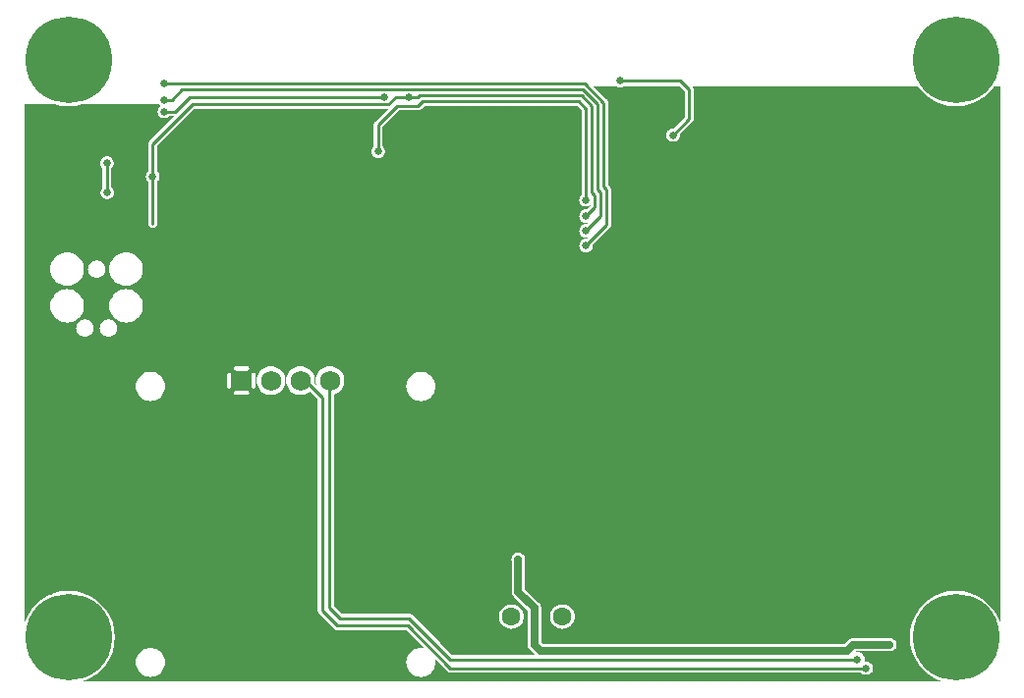
<source format=gbr>
G04 start of page 3 for group 1 idx 1 *
G04 Title: (unknown), bottom *
G04 Creator: pcb 4.0.2 *
G04 CreationDate: Sun Oct 16 04:01:38 2022 UTC *
G04 For: ndholmes *
G04 Format: Gerber/RS-274X *
G04 PCB-Dimensions (mil): 3350.00 2300.00 *
G04 PCB-Coordinate-Origin: lower left *
%MOIN*%
%FSLAX25Y25*%
%LNBOTTOM*%
%ADD44C,0.0390*%
%ADD43C,0.1285*%
%ADD42C,0.0433*%
%ADD41C,0.0380*%
%ADD40C,0.0935*%
%ADD39C,0.0790*%
%ADD38C,0.0120*%
%ADD37C,0.0260*%
%ADD36C,0.2937*%
%ADD35C,0.0633*%
%ADD34C,0.0680*%
%ADD33C,0.0250*%
%ADD32C,0.0100*%
%ADD31C,0.0001*%
G54D31*G36*
X44725Y39500D02*X101500D01*
Y26059D01*
X101495Y26000D01*
X101514Y25765D01*
X101569Y25535D01*
X101659Y25317D01*
X101783Y25116D01*
X101936Y24936D01*
X101981Y24898D01*
X106898Y19981D01*
X106936Y19936D01*
X107116Y19783D01*
X107317Y19659D01*
X107535Y19569D01*
X107765Y19514D01*
X108000Y19495D01*
X108059Y19500D01*
X131379D01*
X137621Y13258D01*
X137241Y13349D01*
X136465Y13410D01*
X135688Y13349D01*
X134930Y13167D01*
X134210Y12869D01*
X133546Y12462D01*
X132954Y11956D01*
X132448Y11363D01*
X132040Y10699D01*
X131742Y9979D01*
X131560Y9222D01*
X131499Y8445D01*
X131560Y7668D01*
X131742Y6911D01*
X132040Y6191D01*
X132448Y5526D01*
X132954Y4934D01*
X133546Y4428D01*
X134210Y4021D01*
X134930Y3723D01*
X135688Y3541D01*
X136465Y3480D01*
X137241Y3541D01*
X137999Y3723D01*
X138719Y4021D01*
X139383Y4428D01*
X139976Y4934D01*
X140482Y5526D01*
X140889Y6191D01*
X141187Y6911D01*
X141369Y7668D01*
X141415Y8445D01*
X141369Y9222D01*
X141278Y9601D01*
X145398Y5481D01*
X145436Y5436D01*
X145616Y5283D01*
X145817Y5159D01*
X146035Y5069D01*
X146265Y5014D01*
X146500Y4995D01*
X146559Y5000D01*
X153500D01*
Y2000D01*
X44725D01*
Y3480D01*
X44732Y3480D01*
X45509Y3541D01*
X46267Y3723D01*
X46986Y4021D01*
X47651Y4428D01*
X48243Y4934D01*
X48749Y5526D01*
X49156Y6191D01*
X49455Y6911D01*
X49636Y7668D01*
X49682Y8445D01*
X49636Y9222D01*
X49455Y9979D01*
X49156Y10699D01*
X48749Y11363D01*
X48243Y11956D01*
X47651Y12462D01*
X46986Y12869D01*
X46267Y13167D01*
X45509Y13349D01*
X44732Y13410D01*
X44725Y13410D01*
Y39500D01*
G37*
G36*
X2000D02*X44725D01*
Y13410D01*
X43956Y13349D01*
X43198Y13167D01*
X42478Y12869D01*
X41814Y12462D01*
X41221Y11956D01*
X40715Y11363D01*
X40308Y10699D01*
X40010Y9979D01*
X39828Y9222D01*
X39767Y8445D01*
X39828Y7668D01*
X40010Y6911D01*
X40308Y6191D01*
X40715Y5526D01*
X41221Y4934D01*
X41814Y4428D01*
X42478Y4021D01*
X43198Y3723D01*
X43956Y3541D01*
X44725Y3480D01*
Y2000D01*
X21705D01*
X21862Y2038D01*
X24142Y2982D01*
X26247Y4272D01*
X28124Y5876D01*
X29728Y7753D01*
X31018Y9858D01*
X31962Y12138D01*
X32539Y14539D01*
X32684Y17000D01*
X32539Y19461D01*
X31962Y21862D01*
X31018Y24142D01*
X29728Y26247D01*
X28124Y28124D01*
X26247Y29728D01*
X24142Y31018D01*
X21862Y31962D01*
X19461Y32539D01*
X17000Y32732D01*
X14539Y32539D01*
X12138Y31962D01*
X9858Y31018D01*
X7753Y29728D01*
X5876Y28124D01*
X4272Y26247D01*
X2982Y24142D01*
X2038Y21862D01*
X2000Y21705D01*
Y39500D01*
G37*
G36*
X107000Y36500D02*X152382D01*
Y11744D01*
X146377D01*
X133602Y24519D01*
X133564Y24564D01*
X133384Y24717D01*
X133183Y24841D01*
X132965Y24931D01*
X132735Y24986D01*
X132500Y25005D01*
X132441Y25000D01*
X109621D01*
X107000Y27621D01*
Y36500D01*
G37*
G36*
X313295Y2000D02*X184494D01*
Y5000D01*
X285756D01*
X285869Y4869D01*
X286144Y4634D01*
X286453Y4444D01*
X286787Y4306D01*
X287139Y4221D01*
X287500Y4193D01*
X287861Y4221D01*
X288213Y4306D01*
X288547Y4444D01*
X288856Y4634D01*
X289131Y4869D01*
X289366Y5144D01*
X289556Y5453D01*
X289694Y5787D01*
X289779Y6139D01*
X289800Y6500D01*
X289779Y6861D01*
X289694Y7213D01*
X289556Y7547D01*
X289366Y7856D01*
X289131Y8131D01*
X288856Y8366D01*
X288547Y8556D01*
X288213Y8694D01*
X287861Y8779D01*
X287500Y8807D01*
X287139Y8779D01*
X286882Y8717D01*
X286885Y8725D01*
X286977Y9108D01*
X287000Y9500D01*
X286977Y9892D01*
X286885Y10275D01*
X286734Y10638D01*
X286529Y10974D01*
X286273Y11273D01*
X285974Y11529D01*
X285638Y11734D01*
X285275Y11885D01*
X284892Y11977D01*
X284500Y12008D01*
X284108Y11977D01*
X283725Y11885D01*
X283455Y11773D01*
X283932Y12250D01*
X291020D01*
X291139Y12221D01*
X291500Y12193D01*
X291861Y12221D01*
X291980Y12250D01*
X295020D01*
X295139Y12221D01*
X295500Y12193D01*
X295861Y12221D01*
X296213Y12306D01*
X296547Y12444D01*
X296856Y12634D01*
X297131Y12869D01*
X297366Y13144D01*
X297556Y13453D01*
X297694Y13787D01*
X297779Y14139D01*
X297800Y14500D01*
X297779Y14861D01*
X297694Y15213D01*
X297556Y15547D01*
X297366Y15856D01*
X297131Y16131D01*
X296856Y16366D01*
X296547Y16556D01*
X296213Y16694D01*
X295861Y16779D01*
X295500Y16807D01*
X295139Y16779D01*
X295020Y16750D01*
X291980D01*
X291861Y16779D01*
X291500Y16807D01*
X291139Y16779D01*
X291020Y16750D01*
X283088D01*
X283000Y16757D01*
X282647Y16729D01*
X282303Y16646D01*
X281975Y16511D01*
X281673Y16326D01*
X281673Y16326D01*
X281404Y16096D01*
X281347Y16029D01*
X280068Y14750D01*
X184494D01*
Y19822D01*
X184500Y19822D01*
X185154Y19873D01*
X185791Y20026D01*
X186397Y20277D01*
X186956Y20620D01*
X187454Y21046D01*
X187880Y21544D01*
X188223Y22103D01*
X188474Y22709D01*
X188627Y23346D01*
X188665Y24000D01*
X188627Y24654D01*
X188474Y25291D01*
X188223Y25897D01*
X187880Y26456D01*
X187454Y26954D01*
X186956Y27380D01*
X186397Y27723D01*
X185791Y27974D01*
X185154Y28127D01*
X184500Y28178D01*
X184494Y28178D01*
Y37500D01*
X333000D01*
Y21705D01*
X332962Y21862D01*
X332018Y24142D01*
X330728Y26247D01*
X329124Y28124D01*
X327247Y29728D01*
X325142Y31018D01*
X322862Y31962D01*
X320461Y32539D01*
X318000Y32732D01*
X315539Y32539D01*
X313138Y31962D01*
X310858Y31018D01*
X308753Y29728D01*
X306876Y28124D01*
X305272Y26247D01*
X303982Y24142D01*
X303038Y21862D01*
X302461Y19461D01*
X302268Y17000D01*
X302461Y14539D01*
X303038Y12138D01*
X303982Y9858D01*
X305272Y7753D01*
X306876Y5876D01*
X308753Y4272D01*
X310858Y2982D01*
X313138Y2038D01*
X313295Y2000D01*
G37*
G36*
X184494Y14750D02*X177932D01*
X177250Y15432D01*
Y26912D01*
X177257Y27000D01*
X177229Y27353D01*
X177146Y27697D01*
X177107Y27793D01*
X177011Y28025D01*
X176896Y28212D01*
X176826Y28327D01*
X176826Y28327D01*
X176596Y28596D01*
X176529Y28653D01*
X171750Y33432D01*
Y37500D01*
X184494D01*
Y28178D01*
X183846Y28127D01*
X183209Y27974D01*
X182603Y27723D01*
X182044Y27380D01*
X181546Y26954D01*
X181120Y26456D01*
X180777Y25897D01*
X180526Y25291D01*
X180373Y24654D01*
X180322Y24000D01*
X180373Y23346D01*
X180526Y22709D01*
X180777Y22103D01*
X181120Y21544D01*
X181546Y21046D01*
X182044Y20620D01*
X182603Y20277D01*
X183209Y20026D01*
X183846Y19873D01*
X184494Y19822D01*
Y14750D01*
G37*
G36*
Y2000D02*X131000D01*
Y19500D01*
X131379D01*
X137621Y13258D01*
X137241Y13349D01*
X136465Y13410D01*
X135688Y13349D01*
X134930Y13167D01*
X134210Y12869D01*
X133546Y12462D01*
X132954Y11956D01*
X132448Y11363D01*
X132040Y10699D01*
X131742Y9979D01*
X131560Y9222D01*
X131499Y8445D01*
X131560Y7668D01*
X131742Y6911D01*
X132040Y6191D01*
X132448Y5526D01*
X132954Y4934D01*
X133546Y4428D01*
X134210Y4021D01*
X134930Y3723D01*
X135688Y3541D01*
X136465Y3480D01*
X137241Y3541D01*
X137999Y3723D01*
X138719Y4021D01*
X139383Y4428D01*
X139976Y4934D01*
X140482Y5526D01*
X140889Y6191D01*
X141187Y6911D01*
X141369Y7668D01*
X141415Y8445D01*
X141369Y9222D01*
X141278Y9601D01*
X145398Y5481D01*
X145436Y5436D01*
X145616Y5283D01*
X145817Y5159D01*
X146035Y5069D01*
X146265Y5014D01*
X146500Y4995D01*
X146559Y5000D01*
X184494D01*
Y2000D01*
G37*
G36*
X200931Y169465D02*X200841Y169683D01*
X200717Y169884D01*
X200564Y170064D01*
X200519Y170102D01*
X200000Y170621D01*
Y198441D01*
X200005Y198500D01*
X199986Y198735D01*
X199931Y198965D01*
X199841Y199183D01*
X199717Y199384D01*
X199564Y199564D01*
X199519Y199602D01*
X195121Y204000D01*
X202862D01*
X202953Y203944D01*
X203287Y203806D01*
X203639Y203721D01*
X204000Y203693D01*
X204361Y203721D01*
X204713Y203806D01*
X205047Y203944D01*
X205138Y204000D01*
X224379D01*
X226000Y202379D01*
Y193621D01*
X222172Y189794D01*
X222000Y189807D01*
X221639Y189779D01*
X221287Y189694D01*
X220953Y189556D01*
X220644Y189366D01*
X220369Y189131D01*
X220134Y188856D01*
X219944Y188547D01*
X219806Y188213D01*
X219721Y187861D01*
X219693Y187500D01*
X219721Y187139D01*
X219806Y186787D01*
X219944Y186453D01*
X220134Y186144D01*
X220369Y185869D01*
X220644Y185634D01*
X220953Y185444D01*
X221287Y185306D01*
X221639Y185221D01*
X222000Y185193D01*
X222361Y185221D01*
X222713Y185306D01*
X223047Y185444D01*
X223356Y185634D01*
X223631Y185869D01*
X223866Y186144D01*
X224056Y186453D01*
X224194Y186787D01*
X224279Y187139D01*
X224300Y187500D01*
X224290Y187669D01*
X228519Y191898D01*
X228564Y191936D01*
X228717Y192115D01*
X228717Y192116D01*
X228841Y192317D01*
X228931Y192535D01*
X228986Y192765D01*
X229005Y193000D01*
X229000Y193059D01*
Y202941D01*
X229005Y203000D01*
X228986Y203235D01*
X228931Y203465D01*
X228841Y203683D01*
X228717Y203884D01*
X228619Y204000D01*
X305121D01*
X305272Y203753D01*
X306876Y201876D01*
X308753Y200272D01*
X310858Y198982D01*
X313138Y198038D01*
X315539Y197461D01*
X318000Y197268D01*
X320461Y197461D01*
X322862Y198038D01*
X325142Y198982D01*
X327247Y200272D01*
X329124Y201876D01*
X330728Y203753D01*
X330879Y204000D01*
X333000D01*
Y21705D01*
X332962Y21862D01*
X332018Y24142D01*
X330728Y26247D01*
X329124Y28124D01*
X327247Y29728D01*
X325142Y31018D01*
X322862Y31962D01*
X320461Y32539D01*
X318000Y32732D01*
X315539Y32539D01*
X313138Y31962D01*
X310858Y31018D01*
X308753Y29728D01*
X306876Y28124D01*
X305272Y26247D01*
X303982Y24142D01*
X303038Y21862D01*
X302461Y19461D01*
X302346Y18000D01*
X184494D01*
Y19822D01*
X184500Y19822D01*
X185154Y19873D01*
X185791Y20026D01*
X186397Y20277D01*
X186956Y20620D01*
X187454Y21046D01*
X187880Y21544D01*
X188223Y22103D01*
X188474Y22709D01*
X188627Y23346D01*
X188665Y24000D01*
X188627Y24654D01*
X188474Y25291D01*
X188223Y25897D01*
X187880Y26456D01*
X187454Y26954D01*
X186956Y27380D01*
X186397Y27723D01*
X185791Y27974D01*
X185154Y28127D01*
X184500Y28178D01*
X184494Y28178D01*
Y197500D01*
X189379D01*
X191000Y195879D01*
Y167244D01*
X190869Y167131D01*
X190634Y166856D01*
X190444Y166547D01*
X190306Y166213D01*
X190221Y165861D01*
X190193Y165500D01*
X190221Y165139D01*
X190306Y164787D01*
X190444Y164453D01*
X190634Y164144D01*
X190869Y163869D01*
X191144Y163634D01*
X191453Y163444D01*
X191787Y163306D01*
X192139Y163221D01*
X192500Y163193D01*
X192861Y163221D01*
X193213Y163306D01*
X193547Y163444D01*
X193856Y163634D01*
X194000Y163756D01*
Y163621D01*
X192672Y162294D01*
X192500Y162307D01*
X192139Y162279D01*
X191787Y162194D01*
X191453Y162056D01*
X191144Y161866D01*
X190869Y161631D01*
X190634Y161356D01*
X190444Y161047D01*
X190306Y160713D01*
X190221Y160361D01*
X190193Y160000D01*
X190221Y159639D01*
X190306Y159287D01*
X190444Y158953D01*
X190634Y158644D01*
X190869Y158369D01*
X191144Y158134D01*
X191453Y157944D01*
X191787Y157806D01*
X192139Y157721D01*
X192500Y157693D01*
X192861Y157721D01*
X193176Y157797D01*
X192672Y157294D01*
X192500Y157307D01*
X192139Y157279D01*
X191787Y157194D01*
X191453Y157056D01*
X191144Y156866D01*
X190869Y156631D01*
X190634Y156356D01*
X190444Y156047D01*
X190306Y155713D01*
X190221Y155361D01*
X190193Y155000D01*
X190221Y154639D01*
X190306Y154287D01*
X190444Y153953D01*
X190634Y153644D01*
X190869Y153369D01*
X191144Y153134D01*
X191453Y152944D01*
X191787Y152806D01*
X192139Y152721D01*
X192500Y152693D01*
X192861Y152721D01*
X193176Y152797D01*
X192672Y152294D01*
X192500Y152307D01*
X192139Y152279D01*
X191787Y152194D01*
X191453Y152056D01*
X191144Y151866D01*
X190869Y151631D01*
X190634Y151356D01*
X190444Y151047D01*
X190306Y150713D01*
X190221Y150361D01*
X190193Y150000D01*
X190221Y149639D01*
X190306Y149287D01*
X190444Y148953D01*
X190634Y148644D01*
X190869Y148369D01*
X191144Y148134D01*
X191453Y147944D01*
X191787Y147806D01*
X192139Y147721D01*
X192500Y147693D01*
X192861Y147721D01*
X193213Y147806D01*
X193547Y147944D01*
X193856Y148134D01*
X194131Y148369D01*
X194366Y148644D01*
X194556Y148953D01*
X194694Y149287D01*
X194779Y149639D01*
X194800Y150000D01*
X194790Y150169D01*
X200519Y155898D01*
X200564Y155936D01*
X200717Y156115D01*
X200717Y156116D01*
X200841Y156317D01*
X200931Y156535D01*
X200986Y156765D01*
X201005Y157000D01*
X201000Y157059D01*
Y168941D01*
X201005Y169000D01*
X200986Y169235D01*
X200931Y169465D01*
G37*
G36*
X184494Y18000D02*X177250D01*
Y26912D01*
X177257Y27000D01*
X177229Y27353D01*
X177146Y27697D01*
X177107Y27793D01*
X177011Y28025D01*
X176896Y28212D01*
X176826Y28327D01*
X176826Y28327D01*
X176596Y28596D01*
X176529Y28653D01*
X171750Y33432D01*
Y43020D01*
X171779Y43139D01*
X171800Y43500D01*
X171779Y43861D01*
X171694Y44213D01*
X171556Y44547D01*
X171366Y44856D01*
X171131Y45131D01*
X170856Y45366D01*
X170547Y45556D01*
X170213Y45694D01*
X169861Y45779D01*
X169500Y45807D01*
X169139Y45779D01*
X168787Y45694D01*
X168453Y45556D01*
X168144Y45366D01*
X167869Y45131D01*
X167634Y44856D01*
X167444Y44547D01*
X167306Y44213D01*
X167221Y43861D01*
X167193Y43500D01*
X167221Y43139D01*
X167250Y43020D01*
Y32588D01*
X167243Y32500D01*
X167271Y32147D01*
Y32147D01*
X167354Y31803D01*
X167489Y31475D01*
X167559Y31361D01*
X167674Y31173D01*
X167674Y31173D01*
X167904Y30904D01*
X167971Y30847D01*
X172750Y26068D01*
Y18000D01*
X167171D01*
Y19822D01*
X167177Y19822D01*
X167831Y19873D01*
X168468Y20026D01*
X169074Y20277D01*
X169633Y20620D01*
X170132Y21046D01*
X170557Y21544D01*
X170900Y22103D01*
X171151Y22709D01*
X171304Y23346D01*
X171343Y24000D01*
X171304Y24654D01*
X171151Y25291D01*
X170900Y25897D01*
X170557Y26456D01*
X170132Y26954D01*
X169633Y27380D01*
X169074Y27723D01*
X168468Y27974D01*
X167831Y28127D01*
X167177Y28178D01*
X167171Y28178D01*
Y197500D01*
X184494D01*
Y28178D01*
X183846Y28127D01*
X183209Y27974D01*
X182603Y27723D01*
X182044Y27380D01*
X181546Y26954D01*
X181120Y26456D01*
X180777Y25897D01*
X180526Y25291D01*
X180373Y24654D01*
X180322Y24000D01*
X180373Y23346D01*
X180526Y22709D01*
X180777Y22103D01*
X181120Y21544D01*
X181546Y21046D01*
X182044Y20620D01*
X182603Y20277D01*
X183209Y20026D01*
X183846Y19873D01*
X184494Y19822D01*
Y18000D01*
G37*
G36*
X167171D02*X158000D01*
Y197500D01*
X167171D01*
Y28178D01*
X166524Y28127D01*
X165886Y27974D01*
X165280Y27723D01*
X164721Y27380D01*
X164223Y26954D01*
X163797Y26456D01*
X163454Y25897D01*
X163203Y25291D01*
X163050Y24654D01*
X162999Y24000D01*
X163050Y23346D01*
X163203Y22709D01*
X163454Y22103D01*
X163797Y21544D01*
X164223Y21046D01*
X164721Y20620D01*
X165280Y20277D01*
X165886Y20026D01*
X166524Y19873D01*
X167171Y19822D01*
Y18000D01*
G37*
G36*
X169000Y197500D02*Y45745D01*
X168787Y45694D01*
X168453Y45556D01*
X168144Y45366D01*
X167869Y45131D01*
X167634Y44856D01*
X167444Y44547D01*
X167306Y44213D01*
X167221Y43861D01*
X167193Y43500D01*
X167221Y43139D01*
X167250Y43020D01*
Y32588D01*
X167243Y32500D01*
X167271Y32147D01*
Y32147D01*
X167354Y31803D01*
X167479Y31500D01*
X136457D01*
Y97181D01*
X136465Y97180D01*
X137241Y97242D01*
X137999Y97423D01*
X138719Y97722D01*
X139383Y98129D01*
X139976Y98635D01*
X140482Y99227D01*
X140889Y99891D01*
X141187Y100611D01*
X141369Y101369D01*
X141415Y102146D01*
X141369Y102922D01*
X141187Y103680D01*
X140889Y104400D01*
X140482Y105064D01*
X139976Y105657D01*
X139383Y106163D01*
X138719Y106570D01*
X137999Y106868D01*
X137241Y107050D01*
X136465Y107111D01*
X136457Y107110D01*
Y196345D01*
X136564Y196436D01*
X136602Y196481D01*
X137621Y197500D01*
X169000D01*
G37*
G36*
X136457Y31500D02*X107000D01*
Y99411D01*
X107117Y99440D01*
X107830Y99735D01*
X108487Y100138D01*
X109074Y100639D01*
X109575Y101225D01*
X109978Y101883D01*
X110273Y102595D01*
X110453Y103345D01*
X110498Y104114D01*
X110453Y104883D01*
X110273Y105633D01*
X109978Y106346D01*
X109575Y107003D01*
X109074Y107590D01*
X108487Y108091D01*
X107830Y108494D01*
X107117Y108789D01*
X106367Y108969D01*
X105598Y109029D01*
X104830Y108969D01*
X104080Y108789D01*
X103367Y108494D01*
X102709Y108091D01*
X102123Y107590D01*
X101622Y107003D01*
X101219Y106346D01*
X100924Y105633D01*
X100744Y104883D01*
X100683Y104114D01*
X100744Y103345D01*
X100892Y102730D01*
X100419Y103203D01*
X100453Y103345D01*
X100498Y104114D01*
X100453Y104883D01*
X100273Y105633D01*
X99978Y106346D01*
X99575Y107003D01*
X99074Y107590D01*
X98487Y108091D01*
X97830Y108494D01*
X97117Y108789D01*
X96367Y108969D01*
X95598Y109029D01*
X94830Y108969D01*
X94080Y108789D01*
X93367Y108494D01*
X92709Y108091D01*
X92123Y107590D01*
X91622Y107003D01*
X91219Y106346D01*
X90924Y105633D01*
X90744Y104883D01*
X90683Y104114D01*
X90744Y103345D01*
X90924Y102595D01*
X91219Y101883D01*
X91622Y101225D01*
X92123Y100639D01*
X92709Y100138D01*
X93367Y99735D01*
X94080Y99440D01*
X94830Y99260D01*
X95598Y99199D01*
X96367Y99260D01*
X97117Y99440D01*
X97830Y99735D01*
X98487Y100138D01*
X98894Y100485D01*
X101500Y97879D01*
Y31500D01*
X85591D01*
Y99200D01*
X85598Y99199D01*
X86367Y99260D01*
X87117Y99440D01*
X87830Y99735D01*
X88487Y100138D01*
X89074Y100639D01*
X89575Y101225D01*
X89978Y101883D01*
X90273Y102595D01*
X90453Y103345D01*
X90498Y104114D01*
X90453Y104883D01*
X90273Y105633D01*
X89978Y106346D01*
X89575Y107003D01*
X89074Y107590D01*
X88487Y108091D01*
X87830Y108494D01*
X87117Y108789D01*
X86367Y108969D01*
X85598Y109029D01*
X85591Y109029D01*
Y196500D01*
X125379D01*
X120981Y192102D01*
X120936Y192064D01*
X120783Y191884D01*
X120659Y191683D01*
X120569Y191465D01*
X120514Y191235D01*
X120514Y191235D01*
X120495Y191000D01*
X120500Y190941D01*
Y183744D01*
X120369Y183631D01*
X120134Y183356D01*
X119944Y183047D01*
X119806Y182713D01*
X119721Y182361D01*
X119693Y182000D01*
X119721Y181639D01*
X119806Y181287D01*
X119944Y180953D01*
X120134Y180644D01*
X120369Y180369D01*
X120644Y180134D01*
X120953Y179944D01*
X121287Y179806D01*
X121639Y179721D01*
X122000Y179693D01*
X122361Y179721D01*
X122713Y179806D01*
X123047Y179944D01*
X123356Y180134D01*
X123631Y180369D01*
X123866Y180644D01*
X124056Y180953D01*
X124194Y181287D01*
X124279Y181639D01*
X124300Y182000D01*
X124279Y182361D01*
X124194Y182713D01*
X124056Y183047D01*
X123866Y183356D01*
X123631Y183631D01*
X123500Y183744D01*
Y190379D01*
X129121Y196000D01*
X135441D01*
X135500Y195995D01*
X135735Y196014D01*
X135735Y196014D01*
X135965Y196069D01*
X136183Y196159D01*
X136384Y196283D01*
X136457Y196345D01*
Y107110D01*
X135688Y107050D01*
X134930Y106868D01*
X134210Y106570D01*
X133546Y106163D01*
X132954Y105657D01*
X132448Y105064D01*
X132040Y104400D01*
X131742Y103680D01*
X131560Y102922D01*
X131499Y102146D01*
X131560Y101369D01*
X131742Y100611D01*
X132040Y99891D01*
X132448Y99227D01*
X132954Y98635D01*
X133546Y98129D01*
X134210Y97722D01*
X134930Y97423D01*
X135688Y97242D01*
X136457Y97181D01*
Y31500D01*
G37*
G36*
X85591D02*X79748D01*
Y101462D01*
X79866Y101471D01*
X79981Y101499D01*
X80090Y101544D01*
X80191Y101606D01*
X80280Y101682D01*
X80357Y101772D01*
X80419Y101873D01*
X80464Y101982D01*
X80491Y102096D01*
X80498Y102214D01*
Y106014D01*
X80491Y106132D01*
X80464Y106247D01*
X80419Y106356D01*
X80357Y106456D01*
X80280Y106546D01*
X80191Y106623D01*
X80090Y106684D01*
X79981Y106730D01*
X79866Y106757D01*
X79748Y106766D01*
Y196500D01*
X85591D01*
Y109029D01*
X84830Y108969D01*
X84080Y108789D01*
X83367Y108494D01*
X82709Y108091D01*
X82123Y107590D01*
X81622Y107003D01*
X81219Y106346D01*
X80924Y105633D01*
X80744Y104883D01*
X80683Y104114D01*
X80744Y103345D01*
X80924Y102595D01*
X81219Y101883D01*
X81622Y101225D01*
X82123Y100639D01*
X82709Y100138D01*
X83367Y99735D01*
X84080Y99440D01*
X84830Y99260D01*
X85591Y99200D01*
Y31500D01*
G37*
G36*
X79748D02*X75598D01*
Y99214D01*
X77498D01*
X77616Y99221D01*
X77731Y99249D01*
X77840Y99294D01*
X77941Y99356D01*
X78030Y99432D01*
X78107Y99522D01*
X78169Y99623D01*
X78214Y99732D01*
X78241Y99846D01*
X78251Y99964D01*
X78241Y100082D01*
X78214Y100197D01*
X78169Y100306D01*
X78107Y100406D01*
X78030Y100496D01*
X77941Y100573D01*
X77840Y100634D01*
X77731Y100680D01*
X77616Y100707D01*
X77498Y100714D01*
X75598D01*
Y107514D01*
X77498D01*
X77616Y107521D01*
X77731Y107549D01*
X77840Y107594D01*
X77941Y107656D01*
X78030Y107732D01*
X78107Y107822D01*
X78169Y107923D01*
X78214Y108032D01*
X78241Y108146D01*
X78251Y108264D01*
X78241Y108382D01*
X78214Y108497D01*
X78169Y108606D01*
X78107Y108706D01*
X78030Y108796D01*
X77941Y108873D01*
X77840Y108934D01*
X77731Y108980D01*
X77616Y109007D01*
X77498Y109014D01*
X75598D01*
Y196500D01*
X79748D01*
Y106766D01*
X79631Y106757D01*
X79516Y106730D01*
X79407Y106684D01*
X79306Y106623D01*
X79216Y106546D01*
X79140Y106456D01*
X79078Y106356D01*
X79033Y106247D01*
X79005Y106132D01*
X78998Y106014D01*
Y102214D01*
X79005Y102096D01*
X79033Y101982D01*
X79078Y101873D01*
X79140Y101772D01*
X79216Y101682D01*
X79306Y101606D01*
X79407Y101544D01*
X79516Y101499D01*
X79631Y101471D01*
X79748Y101462D01*
Y31500D01*
G37*
G36*
X75598D02*X71448D01*
Y101462D01*
X71566Y101471D01*
X71681Y101499D01*
X71790Y101544D01*
X71891Y101606D01*
X71980Y101682D01*
X72057Y101772D01*
X72119Y101873D01*
X72164Y101982D01*
X72191Y102096D01*
X72198Y102214D01*
Y106014D01*
X72191Y106132D01*
X72164Y106247D01*
X72119Y106356D01*
X72057Y106456D01*
X71980Y106546D01*
X71891Y106623D01*
X71790Y106684D01*
X71681Y106730D01*
X71566Y106757D01*
X71448Y106766D01*
Y196500D01*
X75598D01*
Y109014D01*
X73698D01*
X73581Y109007D01*
X73466Y108980D01*
X73357Y108934D01*
X73256Y108873D01*
X73166Y108796D01*
X73090Y108706D01*
X73028Y108606D01*
X72983Y108497D01*
X72955Y108382D01*
X72946Y108264D01*
X72955Y108146D01*
X72983Y108032D01*
X73028Y107923D01*
X73090Y107822D01*
X73166Y107732D01*
X73256Y107656D01*
X73357Y107594D01*
X73466Y107549D01*
X73581Y107521D01*
X73698Y107514D01*
X75598D01*
Y100714D01*
X73698D01*
X73581Y100707D01*
X73466Y100680D01*
X73357Y100634D01*
X73256Y100573D01*
X73166Y100496D01*
X73090Y100406D01*
X73028Y100306D01*
X72983Y100197D01*
X72955Y100082D01*
X72946Y99964D01*
X72955Y99846D01*
X72983Y99732D01*
X73028Y99623D01*
X73090Y99522D01*
X73166Y99432D01*
X73256Y99356D01*
X73357Y99294D01*
X73466Y99249D01*
X73581Y99221D01*
X73698Y99214D01*
X75598D01*
Y31500D01*
G37*
G36*
X44725Y198000D02*X47756D01*
X47869Y197869D01*
X48144Y197634D01*
X48362Y197500D01*
X48144Y197366D01*
X47869Y197131D01*
X47634Y196856D01*
X47444Y196547D01*
X47306Y196213D01*
X47221Y195861D01*
X47193Y195500D01*
X47221Y195139D01*
X47306Y194787D01*
X47444Y194453D01*
X47634Y194144D01*
X47869Y193869D01*
X48144Y193634D01*
X48453Y193444D01*
X48787Y193306D01*
X49139Y193221D01*
X49500Y193193D01*
X49861Y193221D01*
X50213Y193306D01*
X50547Y193444D01*
X50856Y193634D01*
X51131Y193869D01*
X51244Y194000D01*
X52879D01*
X44725Y185846D01*
Y198000D01*
G37*
G36*
X71448Y31500D02*X44725D01*
Y97181D01*
X44732Y97180D01*
X45509Y97242D01*
X46267Y97423D01*
X46986Y97722D01*
X47651Y98129D01*
X48243Y98635D01*
X48749Y99227D01*
X49156Y99891D01*
X49455Y100611D01*
X49636Y101369D01*
X49682Y102146D01*
X49636Y102922D01*
X49455Y103680D01*
X49156Y104400D01*
X48749Y105064D01*
X48243Y105657D01*
X47651Y106163D01*
X46986Y106570D01*
X46267Y106868D01*
X45509Y107050D01*
X44732Y107111D01*
X44725Y107110D01*
Y156216D01*
X44817Y156159D01*
X45035Y156069D01*
X45265Y156014D01*
X45500Y155995D01*
X45735Y156014D01*
X45965Y156069D01*
X46183Y156159D01*
X46384Y156283D01*
X46564Y156436D01*
X46717Y156616D01*
X46841Y156817D01*
X46931Y157035D01*
X46986Y157265D01*
X47000Y157500D01*
Y171756D01*
X47131Y171869D01*
X47366Y172144D01*
X47556Y172453D01*
X47694Y172787D01*
X47779Y173139D01*
X47800Y173500D01*
X47779Y173861D01*
X47694Y174213D01*
X47556Y174547D01*
X47366Y174856D01*
X47131Y175131D01*
X47000Y175244D01*
Y183879D01*
X59621Y196500D01*
X71448D01*
Y106766D01*
X71331Y106757D01*
X71216Y106730D01*
X71107Y106684D01*
X71006Y106623D01*
X70916Y106546D01*
X70840Y106456D01*
X70778Y106356D01*
X70733Y106247D01*
X70705Y106132D01*
X70698Y106014D01*
Y102214D01*
X70705Y102096D01*
X70733Y101982D01*
X70778Y101873D01*
X70840Y101772D01*
X70916Y101682D01*
X71006Y101606D01*
X71107Y101544D01*
X71216Y101499D01*
X71331Y101471D01*
X71448Y101462D01*
Y31500D01*
G37*
G36*
X44725D02*X36491D01*
Y123808D01*
X36500Y123807D01*
X37391Y123878D01*
X38259Y124086D01*
X39084Y124428D01*
X39846Y124895D01*
X40525Y125475D01*
X41105Y126154D01*
X41572Y126916D01*
X41914Y127741D01*
X42122Y128609D01*
X42175Y129500D01*
X42122Y130391D01*
X41914Y131259D01*
X41572Y132084D01*
X41105Y132846D01*
X40525Y133525D01*
X39846Y134105D01*
X39084Y134572D01*
X38259Y134914D01*
X37391Y135122D01*
X36500Y135193D01*
X36491Y135192D01*
Y136308D01*
X36500Y136307D01*
X37391Y136378D01*
X38259Y136586D01*
X39084Y136928D01*
X39846Y137395D01*
X40525Y137975D01*
X41105Y138654D01*
X41572Y139416D01*
X41914Y140241D01*
X42122Y141109D01*
X42175Y142000D01*
X42122Y142891D01*
X41914Y143759D01*
X41572Y144584D01*
X41105Y145346D01*
X40525Y146025D01*
X39846Y146605D01*
X39084Y147072D01*
X38259Y147414D01*
X37391Y147622D01*
X36500Y147693D01*
X36491Y147692D01*
Y198000D01*
X44725D01*
Y185846D01*
X44481Y185602D01*
X44436Y185564D01*
X44283Y185384D01*
X44159Y185183D01*
X44069Y184965D01*
X44014Y184735D01*
X44014Y184735D01*
X43995Y184500D01*
X44000Y184441D01*
Y175244D01*
X43869Y175131D01*
X43634Y174856D01*
X43444Y174547D01*
X43306Y174213D01*
X43221Y173861D01*
X43193Y173500D01*
X43221Y173139D01*
X43306Y172787D01*
X43444Y172453D01*
X43634Y172144D01*
X43869Y171869D01*
X44000Y171756D01*
Y157500D01*
X44014Y157265D01*
X44069Y157035D01*
X44159Y156817D01*
X44283Y156616D01*
X44436Y156436D01*
X44616Y156283D01*
X44725Y156216D01*
Y107110D01*
X43956Y107050D01*
X43198Y106868D01*
X42478Y106570D01*
X41814Y106163D01*
X41221Y105657D01*
X40715Y105064D01*
X40308Y104400D01*
X40010Y103680D01*
X39828Y102922D01*
X39767Y102146D01*
X39828Y101369D01*
X40010Y100611D01*
X40308Y99891D01*
X40715Y99227D01*
X41221Y98635D01*
X41814Y98129D01*
X42478Y97722D01*
X43198Y97423D01*
X43956Y97242D01*
X44725Y97181D01*
Y31500D01*
G37*
G36*
X36491D02*X30046D01*
Y119077D01*
X30500Y119041D01*
X30963Y119077D01*
X31414Y119186D01*
X31843Y119363D01*
X32239Y119606D01*
X32592Y119908D01*
X32894Y120261D01*
X33137Y120657D01*
X33314Y121086D01*
X33423Y121537D01*
X33450Y122000D01*
X33423Y122463D01*
X33314Y122914D01*
X33137Y123343D01*
X32894Y123739D01*
X32592Y124092D01*
X32239Y124394D01*
X31843Y124637D01*
X31414Y124814D01*
X30963Y124923D01*
X30500Y124959D01*
X30046Y124923D01*
Y165797D01*
X30100Y165793D01*
X30461Y165821D01*
X30813Y165906D01*
X31147Y166044D01*
X31456Y166234D01*
X31731Y166469D01*
X31966Y166744D01*
X32156Y167053D01*
X32294Y167387D01*
X32379Y167739D01*
X32400Y168100D01*
X32379Y168461D01*
X32294Y168813D01*
X32156Y169147D01*
X31966Y169456D01*
X31731Y169731D01*
X31500Y169929D01*
Y176256D01*
X31631Y176369D01*
X31866Y176644D01*
X32056Y176953D01*
X32194Y177287D01*
X32279Y177639D01*
X32300Y178000D01*
X32279Y178361D01*
X32194Y178713D01*
X32056Y179047D01*
X31866Y179356D01*
X31631Y179631D01*
X31356Y179866D01*
X31047Y180056D01*
X30713Y180194D01*
X30361Y180279D01*
X30046Y180303D01*
Y198000D01*
X36491D01*
Y147692D01*
X35609Y147622D01*
X34741Y147414D01*
X33916Y147072D01*
X33154Y146605D01*
X32475Y146025D01*
X31895Y145346D01*
X31428Y144584D01*
X31086Y143759D01*
X30878Y142891D01*
X30807Y142000D01*
X30878Y141109D01*
X31086Y140241D01*
X31428Y139416D01*
X31895Y138654D01*
X32475Y137975D01*
X33154Y137395D01*
X33916Y136928D01*
X34741Y136586D01*
X35609Y136378D01*
X36491Y136308D01*
Y135192D01*
X35609Y135122D01*
X34741Y134914D01*
X33916Y134572D01*
X33154Y134105D01*
X32475Y133525D01*
X31895Y132846D01*
X31428Y132084D01*
X31086Y131259D01*
X30878Y130391D01*
X30807Y129500D01*
X30878Y128609D01*
X31086Y127741D01*
X31428Y126916D01*
X31895Y126154D01*
X32475Y125475D01*
X33154Y124895D01*
X33916Y124428D01*
X34741Y124086D01*
X35609Y123878D01*
X36491Y123808D01*
Y31500D01*
G37*
G36*
X30046D02*X26495D01*
Y139041D01*
X26500Y139041D01*
X26963Y139077D01*
X27414Y139186D01*
X27843Y139363D01*
X28239Y139606D01*
X28592Y139908D01*
X28894Y140261D01*
X29137Y140657D01*
X29314Y141086D01*
X29423Y141537D01*
X29450Y142000D01*
X29423Y142463D01*
X29314Y142914D01*
X29137Y143343D01*
X28894Y143739D01*
X28592Y144092D01*
X28239Y144394D01*
X27843Y144637D01*
X27414Y144814D01*
X26963Y144923D01*
X26500Y144959D01*
X26495Y144959D01*
Y198000D01*
X30046D01*
Y180303D01*
X30000Y180307D01*
X29639Y180279D01*
X29287Y180194D01*
X28953Y180056D01*
X28644Y179866D01*
X28369Y179631D01*
X28134Y179356D01*
X27944Y179047D01*
X27806Y178713D01*
X27721Y178361D01*
X27693Y178000D01*
X27721Y177639D01*
X27806Y177287D01*
X27944Y176953D01*
X28134Y176644D01*
X28369Y176369D01*
X28500Y176256D01*
Y169758D01*
X28469Y169731D01*
X28234Y169456D01*
X28044Y169147D01*
X27906Y168813D01*
X27821Y168461D01*
X27793Y168100D01*
X27821Y167739D01*
X27906Y167387D01*
X28044Y167053D01*
X28234Y166744D01*
X28469Y166469D01*
X28744Y166234D01*
X29053Y166044D01*
X29387Y165906D01*
X29739Y165821D01*
X30046Y165797D01*
Y124923D01*
X30037Y124923D01*
X29586Y124814D01*
X29157Y124637D01*
X28761Y124394D01*
X28408Y124092D01*
X28106Y123739D01*
X27863Y123343D01*
X27686Y122914D01*
X27577Y122463D01*
X27541Y122000D01*
X27577Y121537D01*
X27686Y121086D01*
X27863Y120657D01*
X28106Y120261D01*
X28408Y119908D01*
X28761Y119606D01*
X29157Y119363D01*
X29586Y119186D01*
X30037Y119077D01*
X30046Y119077D01*
Y31500D01*
G37*
G36*
X26495D02*X22978D01*
X22495Y31700D01*
Y119041D01*
X22500Y119041D01*
X22963Y119077D01*
X23414Y119186D01*
X23843Y119363D01*
X24239Y119606D01*
X24592Y119908D01*
X24894Y120261D01*
X25137Y120657D01*
X25314Y121086D01*
X25423Y121537D01*
X25450Y122000D01*
X25423Y122463D01*
X25314Y122914D01*
X25137Y123343D01*
X24894Y123739D01*
X24592Y124092D01*
X24239Y124394D01*
X23843Y124637D01*
X23414Y124814D01*
X22963Y124923D01*
X22500Y124959D01*
X22495Y124959D01*
Y198000D01*
X26495D01*
Y144959D01*
X26037Y144923D01*
X25586Y144814D01*
X25157Y144637D01*
X24761Y144394D01*
X24408Y144092D01*
X24106Y143739D01*
X23863Y143343D01*
X23686Y142914D01*
X23577Y142463D01*
X23541Y142000D01*
X23577Y141537D01*
X23686Y141086D01*
X23863Y140657D01*
X24106Y140261D01*
X24408Y139908D01*
X24761Y139606D01*
X25157Y139363D01*
X25586Y139186D01*
X26037Y139077D01*
X26495Y139041D01*
Y31500D01*
G37*
G36*
X22495Y31700D02*X21862Y31962D01*
X19461Y32539D01*
X17000Y32732D01*
X16491Y32692D01*
Y123808D01*
X16500Y123807D01*
X17391Y123878D01*
X18259Y124086D01*
X19084Y124428D01*
X19846Y124895D01*
X20525Y125475D01*
X21105Y126154D01*
X21572Y126916D01*
X21914Y127741D01*
X22122Y128609D01*
X22175Y129500D01*
X22122Y130391D01*
X21914Y131259D01*
X21572Y132084D01*
X21105Y132846D01*
X20525Y133525D01*
X19846Y134105D01*
X19084Y134572D01*
X18259Y134914D01*
X17391Y135122D01*
X16500Y135193D01*
X16491Y135192D01*
Y136308D01*
X16500Y136307D01*
X17391Y136378D01*
X18259Y136586D01*
X19084Y136928D01*
X19846Y137395D01*
X20525Y137975D01*
X21105Y138654D01*
X21572Y139416D01*
X21914Y140241D01*
X22122Y141109D01*
X22175Y142000D01*
X22122Y142891D01*
X21914Y143759D01*
X21572Y144584D01*
X21105Y145346D01*
X20525Y146025D01*
X19846Y146605D01*
X19084Y147072D01*
X18259Y147414D01*
X17391Y147622D01*
X16500Y147693D01*
X16491Y147692D01*
Y197308D01*
X17000Y197268D01*
X19461Y197461D01*
X21705Y198000D01*
X22495D01*
Y124959D01*
X22037Y124923D01*
X21586Y124814D01*
X21157Y124637D01*
X20761Y124394D01*
X20408Y124092D01*
X20106Y123739D01*
X19863Y123343D01*
X19686Y122914D01*
X19577Y122463D01*
X19541Y122000D01*
X19577Y121537D01*
X19686Y121086D01*
X19863Y120657D01*
X20106Y120261D01*
X20408Y119908D01*
X20761Y119606D01*
X21157Y119363D01*
X21586Y119186D01*
X22037Y119077D01*
X22495Y119041D01*
Y31700D01*
G37*
G36*
X16491Y32692D02*X14539Y32539D01*
X12138Y31962D01*
X11022Y31500D01*
X2000D01*
Y198000D01*
X12295D01*
X14539Y197461D01*
X16491Y197308D01*
Y147692D01*
X15609Y147622D01*
X14741Y147414D01*
X13916Y147072D01*
X13154Y146605D01*
X12475Y146025D01*
X11895Y145346D01*
X11428Y144584D01*
X11086Y143759D01*
X10878Y142891D01*
X10807Y142000D01*
X10878Y141109D01*
X11086Y140241D01*
X11428Y139416D01*
X11895Y138654D01*
X12475Y137975D01*
X13154Y137395D01*
X13916Y136928D01*
X14741Y136586D01*
X15609Y136378D01*
X16491Y136308D01*
Y135192D01*
X15609Y135122D01*
X14741Y134914D01*
X13916Y134572D01*
X13154Y134105D01*
X12475Y133525D01*
X11895Y132846D01*
X11428Y132084D01*
X11086Y131259D01*
X10878Y130391D01*
X10807Y129500D01*
X10878Y128609D01*
X11086Y127741D01*
X11428Y126916D01*
X11895Y126154D01*
X12475Y125475D01*
X13154Y124895D01*
X13916Y124428D01*
X14741Y124086D01*
X15609Y123878D01*
X16491Y123808D01*
Y32692D01*
G37*
G36*
X167171Y36000D02*X167250D01*
Y32588D01*
X167243Y32500D01*
X167271Y32147D01*
Y32147D01*
X167354Y31803D01*
X167489Y31475D01*
X167559Y31361D01*
X167674Y31173D01*
X167674Y31173D01*
X167904Y30904D01*
X167971Y30847D01*
X172750Y26068D01*
Y14588D01*
X172743Y14500D01*
X172771Y14147D01*
Y14147D01*
X172854Y13803D01*
X172989Y13475D01*
X173059Y13361D01*
X173174Y13173D01*
X173174Y13173D01*
X173404Y12904D01*
X173471Y12847D01*
X175318Y11000D01*
X167171D01*
Y19822D01*
X167177Y19822D01*
X167831Y19873D01*
X168468Y20026D01*
X169074Y20277D01*
X169633Y20620D01*
X170132Y21046D01*
X170557Y21544D01*
X170900Y22103D01*
X171151Y22709D01*
X171304Y23346D01*
X171343Y24000D01*
X171304Y24654D01*
X171151Y25291D01*
X170900Y25897D01*
X170557Y26456D01*
X170132Y26954D01*
X169633Y27380D01*
X169074Y27723D01*
X168468Y27974D01*
X167831Y28127D01*
X167177Y28178D01*
X167171Y28178D01*
Y36000D01*
G37*
G36*
X143000D02*X167171D01*
Y28178D01*
X166524Y28127D01*
X165886Y27974D01*
X165280Y27723D01*
X164721Y27380D01*
X164223Y26954D01*
X163797Y26456D01*
X163454Y25897D01*
X163203Y25291D01*
X163050Y24654D01*
X162999Y24000D01*
X163050Y23346D01*
X163203Y22709D01*
X163454Y22103D01*
X163797Y21544D01*
X164223Y21046D01*
X164721Y20620D01*
X165280Y20277D01*
X165886Y20026D01*
X166524Y19873D01*
X167171Y19822D01*
Y11000D01*
X147121D01*
X143000Y15121D01*
Y36000D01*
G37*
G54D32*X55500Y203000D02*X145000D01*
X49500Y205000D02*X145000D01*
X58000Y200500D02*X122000D01*
X59000Y198000D02*X125500D01*
X124000Y200500D02*X121000D01*
X49500Y195500D02*X53000D01*
X58000Y200500D01*
X45500Y184500D02*X59000Y198000D01*
X52000Y199500D02*X55500Y203000D01*
X49500Y199500D02*X52000D01*
X45500Y157500D02*Y184500D01*
X30000Y178000D02*Y168200D01*
X30100Y168100D01*
X135500Y200500D02*X136000Y201000D01*
X145000D01*
X137000Y199000D02*X135500Y197500D01*
X132500D01*
Y23500D02*X109000D01*
X105500Y27000D01*
Y104500D01*
X95500Y104000D02*X97500D01*
X103000Y98500D01*
Y26000D01*
X284500Y9500D02*X146500D01*
X132500Y23500D01*
G54D33*X175000Y14500D02*X177000Y12500D01*
X281000D01*
X283000Y14500D01*
X295500D01*
G54D32*X103000Y26000D02*X108000Y21000D01*
X132000D01*
X146500Y6500D01*
G54D33*X169500Y43500D02*Y32500D01*
X175000Y27000D01*
Y14500D01*
G54D32*X146500Y6500D02*X287500D01*
X222000Y187500D02*X227500Y193000D01*
X190000Y199000D02*X192500Y196500D01*
X191000Y201000D02*X194500Y197500D01*
X191500Y203000D02*X196500Y198000D01*
X192000Y205000D02*X198500Y198500D01*
X227500Y193000D02*Y203000D01*
X224500Y206000D01*
X204000D01*
X125500Y198000D02*X128000Y200500D01*
X122000Y182000D02*Y191000D01*
X128500Y197500D01*
X133500D01*
X128000Y200500D02*X135500D01*
X137000Y199000D02*X190000D01*
X144000Y201000D02*X191000D01*
X144500Y203000D02*X191500D01*
X143500Y205000D02*X192000D01*
X194500Y168000D02*X195500Y167000D01*
Y164500D01*
Y165000D02*Y163000D01*
X199500Y169000D02*Y157000D01*
X192500Y196500D02*Y165500D01*
X194500Y197500D02*Y168000D01*
X196500Y198000D02*Y169000D01*
X198500Y198500D02*Y170000D01*
X196500Y169000D02*X197500Y168000D01*
X198500Y170000D02*X199500Y169000D01*
X197500Y168000D02*Y160000D01*
X195500Y163000D02*X192500Y160000D01*
X197500D02*X192500Y155000D01*
X199500Y157000D02*X192500Y150000D01*
G54D31*G36*
X72198Y107514D02*Y100714D01*
X78998D01*
Y107514D01*
X72198D01*
G37*
G54D34*X85598Y104114D03*
X95598D03*
X105598D03*
G54D35*X167177Y24000D03*
X184500D03*
G54D36*X318000Y17000D03*
Y213000D03*
X17000D03*
Y17000D03*
G54D37*X246000Y175000D03*
Y171500D03*
Y167500D03*
Y164000D03*
X230500Y47500D03*
X266000Y175000D03*
Y171500D03*
X321500Y102500D03*
X290500Y47500D03*
X284500Y9500D03*
X287500Y6500D03*
X295500Y14500D03*
X291500D03*
X306000Y200000D03*
X302000D03*
X262000Y179500D03*
X258500D03*
X254000D03*
X202500Y178500D03*
X250500Y179500D03*
Y159500D03*
X254000D03*
X266000Y167500D03*
Y164000D03*
X258500Y159500D03*
X262000D03*
X192500Y165500D03*
Y160000D03*
Y155000D03*
Y150000D03*
X26500Y117400D03*
X112500Y160500D03*
X159000Y145500D03*
X38000Y151500D03*
X49000Y160500D03*
X21000Y193500D03*
X17000D03*
X45500Y173500D03*
X49000Y170500D03*
X149500Y190000D03*
X30100Y168100D03*
X30000Y178000D03*
X25000Y193500D03*
X49500Y205000D03*
Y199500D03*
Y195500D03*
X221500Y200000D03*
X209000D03*
X222000Y187500D03*
X115500Y191000D03*
X132500Y200500D03*
X115500Y194500D03*
X122000Y182000D03*
X124000Y200500D03*
X204000Y206000D03*
X182000Y41500D03*
X186000D03*
X190000D03*
X162500Y43500D03*
Y54500D03*
X166000Y61000D03*
X194500Y69500D03*
X161064Y100493D03*
X173064D03*
X166000Y64500D03*
X170000Y61000D03*
Y64500D03*
X169500Y43500D03*
G54D38*G54D39*G54D40*G54D41*G54D39*G54D42*G54D43*G54D40*G54D44*G54D43*M02*

</source>
